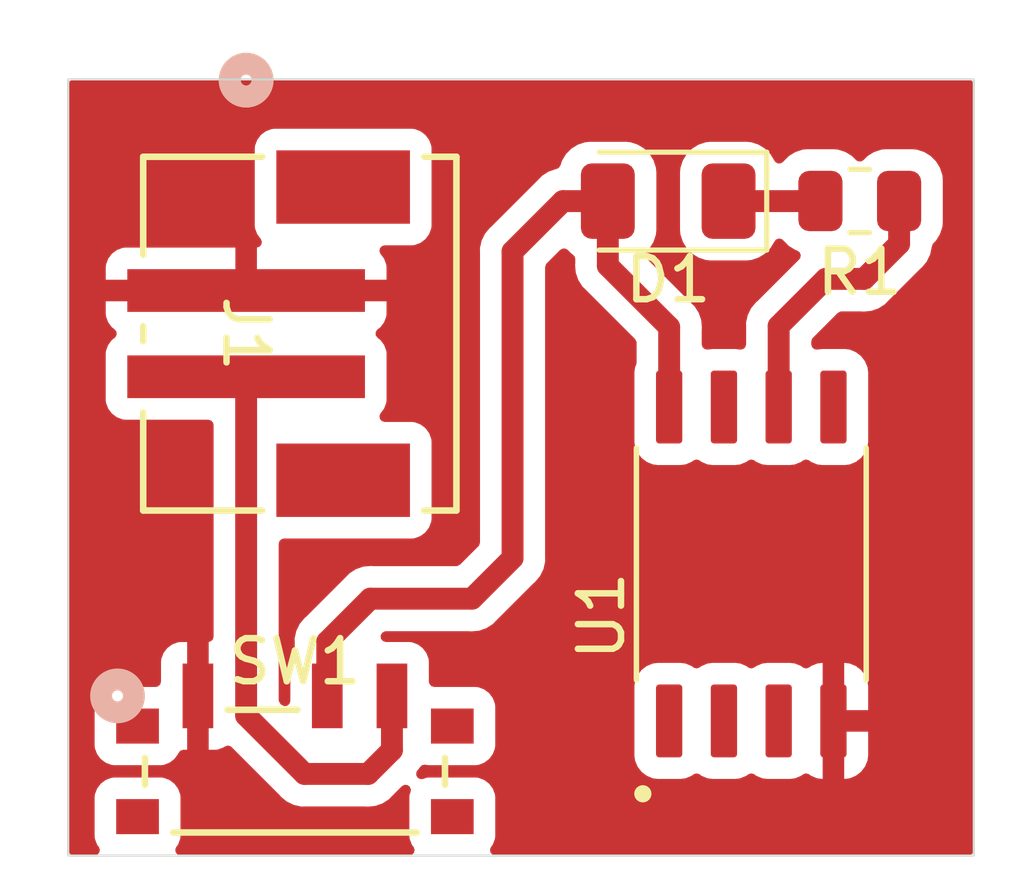
<source format=kicad_pcb>
(kicad_pcb (version 20221018) (generator pcbnew)
  (layers (0 "F.Cu" signal) (31 "B.Cu" signal) (34 "B.Paste" user) (35 "F.Paste" user) (36 "B.SilkS" user "B.Silkscreen") (37 "F.SilkS" user "F.Silkscreen") (38 "B.Mask" user) (39 "F.Mask" user) (44 "Edge.Cuts" user))
  (net 0 "")
  (net 1 "Net-(D1-K)")
  (net 2 "/vcc")
  (net 3 "/GND")
  (net 4 "/LED")
  (net 10 "/vin")
  (footprint "LED_SMD:LED_1206_3216Metric" (layer "F.Cu") (at 95.9134 53.8226 180)
    (fp_text reference "D1" (at 0 -1.82) (layer "F.SilkS"))
    (fp_text value "LED")
    (fp_line (start -2.285 -1.135) (end -2.285 1.135) (stroke (width 0.12)) (layer "F.SilkS"))
    (fp_line (start -2.285 1.135) (end 1.6 1.135) (stroke (width 0.12)) (layer "F.SilkS"))
    (fp_line (start 1.6 -1.135) (end -2.285 -1.135) (stroke (width 0.12)) (layer "F.SilkS"))
    (pad "1" smd roundrect (at -1.4 0 180) (size 1.25 1.75) (layers "F.Cu" "F.Paste" "F.Mask") (roundrect_rratio 0.2) (net 1 "Net-(D1-K)"))
    (pad "2" smd roundrect (at 1.4 0 180) (size 1.25 1.75) (layers "F.Cu" "F.Paste" "F.Mask") (roundrect_rratio 0.2) (net 2 "/vcc"))
  )
  (footprint "Library:SOIC127P794X202-8N" (layer "F.Cu") (at 97.8408 62.2378 90)
    (fp_text reference "U1" (at -1.205 -3.477 90) (layer "F.SilkS"))
    (fp_text value "ATTINY45-20SU")
    (fp_line (start -2.69 -2.665) (end 2.69 -2.665) (stroke (width 0.127)) (layer "F.SilkS"))
    (fp_line (start -2.69 2.665) (end 2.69 2.665) (stroke (width 0.127)) (layer "F.SilkS"))
    (fp_circle (center -5.33 -2.515) (end -5.23 -2.515) (stroke (width 0.2)) (fill none) (layer "F.SilkS"))
    (pad "1" smd roundrect (at -3.64 -1.905 90) (size 1.69 0.61) (layers "F.Cu" "F.Paste" "F.Mask") (roundrect_rratio 0.125))
    (pad "2" smd roundrect (at -3.64 -0.635 90) (size 1.69 0.61) (layers "F.Cu" "F.Paste" "F.Mask") (roundrect_rratio 0.125))
    (pad "3" smd roundrect (at -3.64 0.635 90) (size 1.69 0.61) (layers "F.Cu" "F.Paste" "F.Mask") (roundrect_rratio 0.125))
    (pad "4" smd roundrect (at -3.64 1.905 90) (size 1.69 0.61) (layers "F.Cu" "F.Paste" "F.Mask") (roundrect_rratio 0.125) (net 3 "/GND"))
    (pad "5" smd roundrect (at 3.64 1.905 90) (size 1.69 0.61) (layers "F.Cu" "F.Paste" "F.Mask") (roundrect_rratio 0.125))
    (pad "6" smd roundrect (at 3.64 0.635 90) (size 1.69 0.61) (layers "F.Cu" "F.Paste" "F.Mask") (roundrect_rratio 0.125) (net 4 "/LED"))
    (pad "7" smd roundrect (at 3.64 -0.635 90) (size 1.69 0.61) (layers "F.Cu" "F.Paste" "F.Mask") (roundrect_rratio 0.125))
    (pad "8" smd roundrect (at 3.64 -1.905 90) (size 1.69 0.61) (layers "F.Cu" "F.Paste" "F.Mask") (roundrect_rratio 0.125) (net 2 "/vcc"))
  )
  (footprint "Resistor_SMD:R_0805_2012Metric" (layer "F.Cu") (at 100.3565 53.8196 180)
    (fp_text reference "R1" (at 0 -1.65) (layer "F.SilkS"))
    (fp_text value "R")
    (fp_line (start -0.227064 -0.735) (end 0.227064 -0.735) (stroke (width 0.12)) (layer "F.SilkS"))
    (fp_line (start -0.227064 0.735) (end 0.227064 0.735) (stroke (width 0.12)) (layer "F.SilkS"))
    (pad "1" smd roundrect (at -0.9125 0 180) (size 1.025 1.4) (layers "F.Cu" "F.Paste" "F.Mask") (roundrect_rratio 0.243902439) (net 4 "/LED"))
    (pad "2" smd roundrect (at 0.9125 0 180) (size 1.025 1.4) (layers "F.Cu" "F.Paste" "F.Mask") (roundrect_rratio 0.243902439) (net 1 "Net-(D1-K)"))
  )
  (footprint "esp_lib:B2B-PH-SM4-TBLFSN_JST" (layer "F.Cu") (at 87.369751 56.896 -90)
    (fp_text reference "J1" (at 0 1.244801 -90 unlocked) (layer "F.SilkS"))
    (fp_text value "B2B-PH-SM4-TBLFSN" hide)
    (fp_circle (center -5.8801 1.244801) (end -5.4991 1.244801) (stroke (width 0.508)) (fill none) (layer "B.SilkS"))
    (fp_line (start -4.1021 -3.6322) (end -4.1021 -2.88734) (stroke (width 0.1524)) (layer "F.SilkS"))
    (fp_line (start -4.1021 0.87694) (end -4.1021 3.6322) (stroke (width 0.1524)) (layer "F.SilkS"))
    (fp_line (start -4.1021 3.6322) (end -1.828041 3.6322) (stroke (width 0.1524)) (layer "F.SilkS"))
    (fp_line (start -0.171961 3.6322) (end 0.171961 3.6322) (stroke (width 0.1524)) (layer "F.SilkS"))
    (fp_line (start 1.828041 3.6322) (end 4.1021 3.6322) (stroke (width 0.1524)) (layer "F.SilkS"))
    (fp_line (start 4.1021 -3.6322) (end -4.1021 -3.6322) (stroke (width 0.1524)) (layer "F.SilkS"))
    (fp_line (start 4.1021 -2.88734) (end 4.1021 -3.6322) (stroke (width 0.1524)) (layer "F.SilkS"))
    (fp_line (start 4.1021 3.6322) (end 4.1021 0.87694) (stroke (width 0.1524)) (layer "F.SilkS"))
    (fp_circle (center -5.8801 1.244801) (end -5.4991 1.244801) (stroke (width 0.508)) (fill none) (layer "F.SilkS"))
    (pad "1" smd rect (at -1.000001 1.244801 270) (size 0.9906 5.5118) (layers "F.Cu" "F.Paste" "F.Mask") (net 3 "/GND"))
    (pad "2" smd rect (at 1.000001 1.244801 270) (size 0.9906 5.5118) (layers "F.Cu" "F.Paste" "F.Mask") (net 10 "/vin"))
    (pad "3" smd rect (at -3.399998 -1.0052) (size 3.0988 1.7018) (layers "F.Cu" "F.Paste" "F.Mask"))
    (pad "4" smd rect (at 3.399998 -1.0052) (size 3.0988 1.7018) (layers "F.Cu" "F.Paste" "F.Mask"))
  )
  (footprint "Library:CUS-12TB_NDC" (layer "F.Cu") (at 87.25662 67.042801)
    (fp_text reference "SW1" (at 0 -2.54 unlocked) (layer "F.SilkS"))
    (fp_text value "CUS-12TB" hide)
    (fp_circle (center -4.1148 -1.7454) (end -3.7338 -1.7454) (stroke (width 0.508)) (fill none) (layer "B.SilkS"))
    (fp_line (start -3.4798 0.315459) (end -3.4798 -0.306259) (stroke (width 0.1524)) (layer "F.SilkS"))
    (fp_line (start -1.561663 -1.4224) (end 0.06166 -1.4224) (stroke (width 0.1524)) (layer "F.SilkS"))
    (fp_line (start 2.82194 1.422399) (end -2.82194 1.422399) (stroke (width 0.1524)) (layer "F.SilkS"))
    (fp_line (start 3.4798 -0.306259) (end 3.4798 0.315459) (stroke (width 0.1524)) (layer "F.SilkS"))
    (pad "1" smd rect (at -2.250003 -1.7454) (size 0.7112 1.4986) (layers "F.Cu" "F.Paste" "F.Mask") (net 3 "/GND"))
    (pad "2" smd rect (at 0.75 -1.7454) (size 0.7112 1.4986) (layers "F.Cu" "F.Paste" "F.Mask") (net 2 "/vcc"))
    (pad "3" smd rect (at 2.25 -1.7454) (size 0.7112 1.4986) (layers "F.Cu" "F.Paste" "F.Mask") (net 10 "/vin"))
    (pad "4" smd rect (at -3.65 -1.045399) (size 0.9906 0.8128) (layers "F.Cu" "F.Paste" "F.Mask"))
    (pad "5" smd rect (at 3.65 -1.045399) (size 0.9906 0.8128) (layers "F.Cu" "F.Paste" "F.Mask"))
    (pad "6" smd rect (at -3.64998 1.054599) (size 0.9906 0.8128) (layers "F.Cu" "F.Paste" "F.Mask"))
    (pad "7" smd rect (at 3.64998 1.054599) (size 0.9906 0.8128) (layers "F.Cu" "F.Paste" "F.Mask"))
  )
  (gr_rect (start 82 51) (end 103 69) (stroke (width 0.05)) (fill none) (layer "Edge.Cuts"))
  (segment (start 99.441 53.8226) (end 99.444 53.8196) (width 0.508) (layer "F.Cu") (net 1))
  (segment (start 97.3134 53.8226) (end 99.441 53.8226) (width 0.508) (layer "F.Cu") (net 1))
  (segment (start 88.00662 64.040101) (end 89.003921 63.0428) (width 0.508) (layer "F.Cu") (net 2))
  (segment (start 92.3036 62.103) (end 92.3036 54.991) (width 0.508) (layer "F.Cu") (net 2))
  (segment (start 95.9358 56.7436) (end 95.9358 58.5978) (width 0.508) (layer "F.Cu") (net 2))
  (segment (start 91.3638 63.0428) (end 92.3036 62.103) (width 0.508) (layer "F.Cu") (net 2))
  (segment (start 88.00662 65.297401) (end 88.00662 64.040101) (width 0.508) (layer "F.Cu") (net 2))
  (segment (start 89.003921 63.0428) (end 91.3638 63.0428) (width 0.508) (layer "F.Cu") (net 2))
  (segment (start 93.472 53.8226) (end 94.5134 53.8226) (width 0.508) (layer "F.Cu") (net 2))
  (segment (start 94.5134 55.3212) (end 95.9358 56.7436) (width 0.508) (layer "F.Cu") (net 2))
  (segment (start 92.3036 54.991) (end 93.472 53.8226) (width 0.508) (layer "F.Cu") (net 2))
  (segment (start 94.5134 53.8226) (end 94.5134 55.3212) (width 0.508) (layer "F.Cu") (net 2))
  (segment (start 101.269 53.8196) (end 101.269 54.814) (width 0.508) (layer "F.Cu") (net 4))
  (segment (start 99.568 55.626) (end 98.4758 56.7182) (width 0.508) (layer "F.Cu") (net 4))
  (segment (start 101.269 54.814) (end 100.457 55.626) (width 0.508) (layer "F.Cu") (net 4))
  (segment (start 98.4758 56.7182) (end 98.4758 58.5978) (width 0.508) (layer "F.Cu") (net 4))
  (segment (start 100.457 55.626) (end 99.568 55.626) (width 0.508) (layer "F.Cu") (net 4))
  (segment (start 87.4776 67.1068) (end 88.954521 67.1068) (width 0.508) (layer "F.Cu") (net 10))
  (segment (start 86.12495 57.896001) (end 86.12495 65.75415) (width 0.508) (layer "F.Cu") (net 10))
  (segment (start 88.954521 67.1068) (end 89.50662 66.554701) (width 0.508) (layer "F.Cu") (net 10))
  (segment (start 86.12495 65.75415) (end 87.4776 67.1068) (width 0.508) (layer "F.Cu") (net 10))
  (segment (start 89.50662 66.554701) (end 89.50662 65.297401) (width 0.508) (layer "F.Cu") (net 10))
  (zone (net 3) (net_name "/GND") (layer "F.Cu") (connect_pads (clearance 0.5)) (min_thickness 0.25) (fill yes (thermal_gap 0.5) (thermal_bridge_width 0.5))
    (polygon (pts (xy 80.4164 49.4538) (xy 104.1146 49.4792) (xy 104.1654 69.9008) (xy 80.6196 69.9262)))
  )
)
</source>
